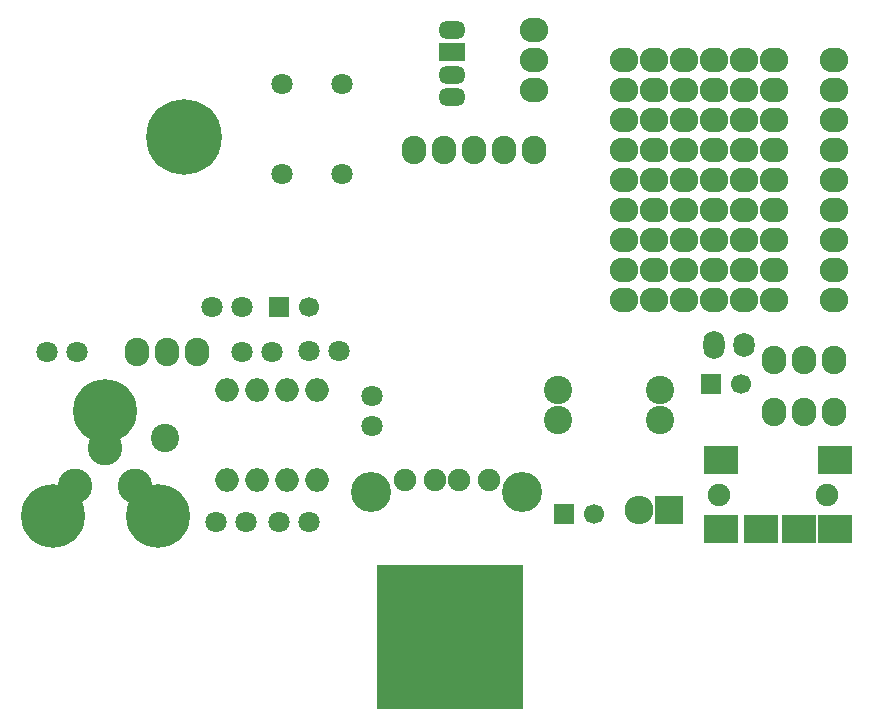
<source format=gbr>
G04 #@! TF.FileFunction,Soldermask,Bot*
%FSLAX46Y46*%
G04 Gerber Fmt 4.6, Leading zero omitted, Abs format (unit mm)*
G04 Created by KiCad (PCBNEW 4.0.2+dfsg1-stable) date 2016年08月02日 19時37分39秒*
%MOMM*%
G01*
G04 APERTURE LIST*
%ADD10C,0.100000*%
%ADD11O,2.305000X1.517600*%
%ADD12R,2.305000X1.517600*%
%ADD13O,2.400000X2.100000*%
%ADD14O,2.100000X2.400000*%
%ADD15C,2.398980*%
%ADD16C,1.901140*%
%ADD17O,3.400000X3.400000*%
%ADD18O,1.800000X2.400000*%
%ADD19O,1.800000X2.100000*%
%ADD20C,2.400000*%
%ADD21C,6.400000*%
%ADD22O,2.000000X2.000000*%
%ADD23R,2.900000X2.400000*%
%ADD24C,1.900000*%
%ADD25R,1.400000X7.810000*%
%ADD26R,1.400000X6.810000*%
%ADD27R,12.400000X12.150000*%
%ADD28C,1.797000*%
%ADD29C,5.400000*%
%ADD30C,2.940000*%
%ADD31R,1.700000X1.700000*%
%ADD32C,1.700000*%
%ADD33R,2.432000X2.432000*%
%ADD34O,2.432000X2.432000*%
G04 APERTURE END LIST*
D10*
D11*
X173355000Y-95250000D03*
D12*
X173355000Y-97155000D03*
D11*
X173355000Y-99060000D03*
X173355000Y-100965000D03*
D13*
X180340000Y-95250000D03*
X180340000Y-97790000D03*
X180340000Y-100330000D03*
D14*
X151765000Y-122555000D03*
X149225000Y-122555000D03*
X146685000Y-122555000D03*
X170180000Y-105410000D03*
X175260000Y-105410000D03*
X172720000Y-105410000D03*
X177800000Y-105410000D03*
X180340000Y-105410000D03*
D15*
X149098000Y-129794000D03*
D16*
X176530860Y-133347880D03*
X173990860Y-133347880D03*
X171958860Y-133347880D03*
X169418860Y-133347880D03*
D17*
X179318000Y-134380000D03*
X166518000Y-134380000D03*
D14*
X200660000Y-127635000D03*
X203200000Y-127635000D03*
X205740000Y-127635000D03*
X200660000Y-123190000D03*
X203200000Y-123190000D03*
X205740000Y-123190000D03*
D18*
X195580000Y-121920000D03*
D19*
X198120000Y-121920000D03*
D20*
X182372000Y-125730000D03*
X191008000Y-125730000D03*
D21*
X150660000Y-104310000D03*
D22*
X161925000Y-125730000D03*
X159385000Y-125730000D03*
X156845000Y-125730000D03*
X154305000Y-125730000D03*
X154305000Y-133350000D03*
X156845000Y-133350000D03*
X159385000Y-133350000D03*
X161925000Y-133350000D03*
D23*
X196145000Y-131720000D03*
X205845000Y-131720000D03*
X199545000Y-137520000D03*
X196145000Y-137520000D03*
X205845000Y-137520000D03*
D24*
X205145000Y-134620000D03*
X195945000Y-134620000D03*
D23*
X202745000Y-137520000D03*
D25*
X176728000Y-147592000D03*
D26*
X174228000Y-147092000D03*
X172228000Y-147092000D03*
D25*
X169728000Y-147592000D03*
D27*
X173228000Y-146672000D03*
D28*
X153035000Y-118745000D03*
X155575000Y-118745000D03*
X153416000Y-136906000D03*
X155956000Y-136906000D03*
X158750000Y-136906000D03*
X161290000Y-136906000D03*
X166624000Y-128778000D03*
X166624000Y-126238000D03*
X161290000Y-122428000D03*
X163830000Y-122428000D03*
X155575000Y-122555000D03*
X158115000Y-122555000D03*
X139065000Y-122555000D03*
X141605000Y-122555000D03*
D20*
X182372000Y-128270000D03*
X191008000Y-128270000D03*
D29*
X139573000Y-136398000D03*
X144018000Y-127508000D03*
X148463000Y-136398000D03*
D30*
X141478000Y-133858000D03*
X144018000Y-130683000D03*
X146558000Y-133858000D03*
D28*
X164084000Y-107442000D03*
X159004000Y-107442000D03*
X164084000Y-99822000D03*
X159004000Y-99822000D03*
D31*
X195326000Y-125222000D03*
D32*
X197826000Y-125222000D03*
X185380000Y-136271000D03*
D31*
X182880000Y-136271000D03*
D13*
X205740000Y-118110000D03*
X205740000Y-107950000D03*
X205740000Y-110490000D03*
X205740000Y-115570000D03*
X205740000Y-113030000D03*
X205740000Y-102870000D03*
X205740000Y-105410000D03*
X205740000Y-100330000D03*
X205740000Y-97790000D03*
D31*
X158750000Y-118745000D03*
D32*
X161250000Y-118745000D03*
D13*
X198120000Y-118110000D03*
X198120000Y-107950000D03*
X198120000Y-110490000D03*
X198120000Y-115570000D03*
X198120000Y-113030000D03*
X198120000Y-102870000D03*
X198120000Y-105410000D03*
X198120000Y-100330000D03*
X198120000Y-97790000D03*
X193040000Y-118110000D03*
X193040000Y-107950000D03*
X193040000Y-110490000D03*
X193040000Y-115570000D03*
X193040000Y-113030000D03*
X193040000Y-102870000D03*
X193040000Y-105410000D03*
X193040000Y-100330000D03*
X193040000Y-97790000D03*
X195580000Y-118110000D03*
X195580000Y-107950000D03*
X195580000Y-110490000D03*
X195580000Y-115570000D03*
X195580000Y-113030000D03*
X195580000Y-102870000D03*
X195580000Y-105410000D03*
X195580000Y-100330000D03*
X195580000Y-97790000D03*
X200660000Y-118110000D03*
X200660000Y-107950000D03*
X200660000Y-110490000D03*
X200660000Y-115570000D03*
X200660000Y-113030000D03*
X200660000Y-102870000D03*
X200660000Y-105410000D03*
X200660000Y-100330000D03*
X200660000Y-97790000D03*
X187960000Y-118110000D03*
X187960000Y-107950000D03*
X187960000Y-110490000D03*
X187960000Y-115570000D03*
X187960000Y-113030000D03*
X187960000Y-102870000D03*
X187960000Y-105410000D03*
X187960000Y-100330000D03*
X187960000Y-97790000D03*
X190500000Y-118110000D03*
X190500000Y-107950000D03*
X190500000Y-110490000D03*
X190500000Y-115570000D03*
X190500000Y-113030000D03*
X190500000Y-102870000D03*
X190500000Y-105410000D03*
X190500000Y-100330000D03*
X190500000Y-97790000D03*
D33*
X191770000Y-135890000D03*
D34*
X189230000Y-135890000D03*
M02*

</source>
